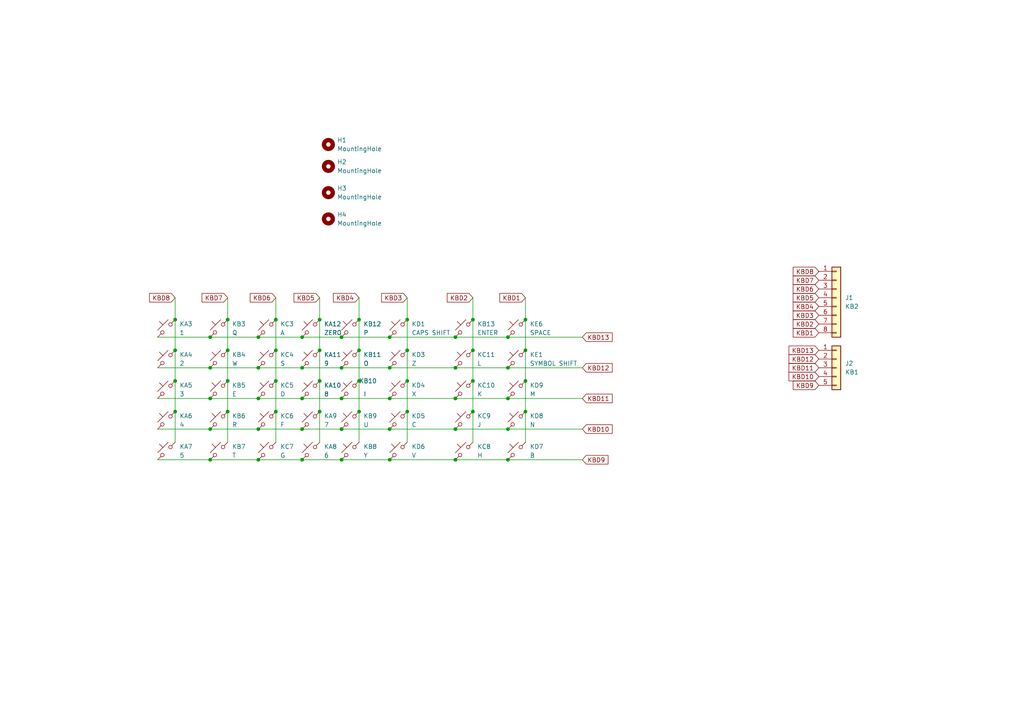
<source format=kicad_sch>
(kicad_sch (version 20250114) (generator "eeschema") (generator_version "9.0")
  (paper "A4")
  (title_block (title "Generic ZX Spectrum Keyboard") (date "29/OCT/2025") (rev "A") (company "Brett Hallen") (comment 1 "www.youtube.com/@Brfff"))
  (lib_symbols
    (symbol "Connector_Generic:Conn_01x05" (pin_names (offset 1.016) (hide yes))
      (property "Reference" "J" (at 0 7.62 0))
      (property "Value" "Conn_01x05" (at 0 -7.62 0))
      (symbol "Conn_01x05_1_1"
        (rectangle (start -1.27 6.35) (end 1.27 -6.35) (stroke (width 0.254)) (fill (type background)))
        (rectangle (start -1.27 5.207) (end 0 4.953) (stroke (width 0.1524)))
        (rectangle (start -1.27 2.667) (end 0 2.413) (stroke (width 0.1524)))
        (rectangle (start -1.27 0.127) (end 0 -0.127) (stroke (width 0.1524)))
        (rectangle (start -1.27 -2.413) (end 0 -2.667) (stroke (width 0.1524)))
        (rectangle (start -1.27 -4.953) (end 0 -5.207) (stroke (width 0.1524)))
        (pin passive line (at -5.08 5.08 0) (length 3.81) (name "Pin_1") (number "1"))
        (pin passive line (at -5.08 2.54 0) (length 3.81) (name "Pin_2") (number "2"))
        (pin passive line (at -5.08 0 0) (length 3.81) (name "Pin_3") (number "3"))
        (pin passive line (at -5.08 -2.54 0) (length 3.81) (name "Pin_4") (number "4"))
        (pin passive line (at -5.08 -5.08 0) (length 3.81) (name "Pin_5") (number "5"))
      )
    )
    (symbol "Connector_Generic:Conn_01x08" (pin_names (offset 1.016) (hide yes))
      (property "Reference" "J" (at 0 10.16 0))
      (property "Value" "Conn_01x08" (at 0 -12.7 0))
      (symbol "Conn_01x08_1_1"
        (rectangle (start -1.27 8.89) (end 1.27 -11.43) (stroke (width 0.254)) (fill (type background)))
        (rectangle (start -1.27 7.747) (end 0 7.493) (stroke (width 0.1524)))
        (rectangle (start -1.27 5.207) (end 0 4.953) (stroke (width 0.1524)))
        (rectangle (start -1.27 2.667) (end 0 2.413) (stroke (width 0.1524)))
        (rectangle (start -1.27 0.127) (end 0 -0.127) (stroke (width 0.1524)))
        (rectangle (start -1.27 -2.413) (end 0 -2.667) (stroke (width 0.1524)))
        (rectangle (start -1.27 -4.953) (end 0 -5.207) (stroke (width 0.1524)))
        (rectangle (start -1.27 -7.493) (end 0 -7.747) (stroke (width 0.1524)))
        (rectangle (start -1.27 -10.033) (end 0 -10.287) (stroke (width 0.1524)))
        (pin passive line (at -5.08 7.62 0) (length 3.81) (name "Pin_1") (number "1"))
        (pin passive line (at -5.08 5.08 0) (length 3.81) (name "Pin_2") (number "2"))
        (pin passive line (at -5.08 2.54 0) (length 3.81) (name "Pin_3") (number "3"))
        (pin passive line (at -5.08 0 0) (length 3.81) (name "Pin_4") (number "4"))
        (pin passive line (at -5.08 -2.54 0) (length 3.81) (name "Pin_5") (number "5"))
        (pin passive line (at -5.08 -5.08 0) (length 3.81) (name "Pin_6") (number "6"))
        (pin passive line (at -5.08 -7.62 0) (length 3.81) (name "Pin_7") (number "7"))
        (pin passive line (at -5.08 -10.16 0) (length 3.81) (name "Pin_8") (number "8"))
      )
    )
    (symbol "Mechanical:MountingHole" (pin_names (offset 1.016)) (in_bom no)
      (property "Reference" "H" (at 0 5.08 0))
      (property "Value" "MountingHole" (at 0 3.175 0))
      (symbol "MountingHole_0_1"
        (circle (center 0 0) (radius 1.27) (stroke (width 1.27)))
      )
    )
    (symbol "Switch:SW_Push_45deg" (pin_numbers (hide yes)) (pin_names (offset 1.016) (hide yes))
      (property "Reference" "SW" (at 3.048 1.016 0))
      (property "Value" "SW_Push_45deg" (at 0 -3.81 0))
      (symbol "SW_Push_45deg_0_1"
        (polyline (pts (xy -2.54 2.54) (xy -1.524 1.524) (xy -1.524 1.524)))
        (circle (center -1.1684 1.1684) (radius 0.508))
        (polyline (pts (xy -0.508 2.54) (xy 2.54 -0.508)))
        (polyline (pts (xy 1.016 1.016) (xy 2.032 2.032)))
        (circle (center 1.143 -1.1938) (radius 0.508))
        (polyline (pts (xy 1.524 -1.524) (xy 2.54 -2.54) (xy 2.54 -2.54) (xy 2.54 -2.54)))
        (pin passive line (at -2.54 2.54 0) (length 0) (name "1") (number "1"))
        (pin passive line (at 2.54 -2.54 180) (length 0) (name "2") (number "2"))
      )
    )
  )
  (junction (at 104.14 101.6))
  (junction (at 132.08 97.79))
  (junction (at 152.4 110.49))
  (junction (at 99.06 97.79))
  (junction (at 118.11 101.6))
  (junction (at 104.14 92.71))
  (junction (at 113.03 124.46))
  (junction (at 99.06 115.57))
  (junction (at 113.03 97.79))
  (junction (at 99.06 106.68))
  (junction (at 66.04 110.49))
  (junction (at 104.14 110.49))
  (junction (at 137.16 110.49))
  (junction (at 87.63 124.46))
  (junction (at 87.63 115.57))
  (junction (at 60.96 97.79))
  (junction (at 113.03 106.68))
  (junction (at 92.71 101.6))
  (junction (at 87.63 97.79))
  (junction (at 99.06 133.35))
  (junction (at 80.01 110.49))
  (junction (at 132.08 124.46))
  (junction (at 74.93 115.57))
  (junction (at 80.01 119.38))
  (junction (at 118.11 110.49))
  (junction (at 87.63 106.68))
  (junction (at 152.4 92.71))
  (junction (at 74.93 124.46))
  (junction (at 66.04 101.6))
  (junction (at 60.96 124.46))
  (junction (at 74.93 106.68))
  (junction (at 87.63 133.35))
  (junction (at 132.08 115.57))
  (junction (at 147.32 97.79))
  (junction (at 113.03 115.57))
  (junction (at 60.96 106.68))
  (junction (at 50.8 110.49))
  (junction (at 66.04 119.38))
  (junction (at 113.03 133.35))
  (junction (at 147.32 106.68))
  (junction (at 152.4 101.6))
  (junction (at 147.32 133.35))
  (junction (at 147.32 115.57))
  (junction (at 132.08 133.35))
  (junction (at 137.16 119.38))
  (junction (at 66.04 92.71))
  (junction (at 74.93 133.35))
  (junction (at 80.01 101.6))
  (junction (at 92.71 92.71))
  (junction (at 60.96 133.35))
  (junction (at 74.93 97.79))
  (junction (at 137.16 92.71))
  (junction (at 132.08 106.68))
  (junction (at 50.8 119.38))
  (junction (at 99.06 124.46))
  (junction (at 80.01 92.71))
  (junction (at 92.71 119.38))
  (junction (at 147.32 124.46))
  (junction (at 92.71 110.49))
  (junction (at 152.4 119.38))
  (junction (at 118.11 119.38))
  (junction (at 104.14 119.38))
  (junction (at 60.96 115.57))
  (junction (at 137.16 101.6))
  (junction (at 50.8 101.6))
  (junction (at 118.11 92.71))
  (junction (at 50.8 92.71))
  (wire (pts (xy 66.04 86.36) (xy 66.04 92.71)))
  (wire (pts (xy 87.63 106.68) (xy 99.06 106.68)))
  (wire (pts (xy 45.72 97.79) (xy 60.96 97.79)))
  (wire (pts (xy 137.16 92.71) (xy 137.16 101.6)))
  (wire (pts (xy 74.93 115.57) (xy 87.63 115.57)))
  (wire (pts (xy 104.14 119.38) (xy 104.14 128.27)))
  (wire (pts (xy 60.96 115.57) (xy 74.93 115.57)))
  (wire (pts (xy 60.96 133.35) (xy 74.93 133.35)))
  (wire (pts (xy 104.14 101.6) (xy 104.14 110.49)))
  (wire (pts (xy 113.03 106.68) (xy 132.08 106.68)))
  (wire (pts (xy 50.8 110.49) (xy 50.8 119.38)))
  (wire (pts (xy 113.03 133.35) (xy 132.08 133.35)))
  (wire (pts (xy 118.11 92.71) (xy 118.11 101.6)))
  (wire (pts (xy 87.63 133.35) (xy 99.06 133.35)))
  (wire (pts (xy 50.8 86.36) (xy 50.8 92.71)))
  (wire (pts (xy 99.06 106.68) (xy 113.03 106.68)))
  (wire (pts (xy 152.4 92.71) (xy 152.4 101.6)))
  (wire (pts (xy 60.96 106.68) (xy 74.93 106.68)))
  (wire (pts (xy 80.01 92.71) (xy 80.01 101.6)))
  (wire (pts (xy 60.96 124.46) (xy 74.93 124.46)))
  (wire (pts (xy 152.4 110.49) (xy 152.4 119.38)))
  (wire (pts (xy 132.08 133.35) (xy 147.32 133.35)))
  (wire (pts (xy 152.4 119.38) (xy 152.4 128.27)))
  (wire (pts (xy 118.11 101.6) (xy 118.11 110.49)))
  (wire (pts (xy 80.01 119.38) (xy 80.01 128.27)))
  (wire (pts (xy 66.04 92.71) (xy 66.04 101.6)))
  (wire (pts (xy 137.16 86.36) (xy 137.16 92.71)))
  (wire (pts (xy 45.72 124.46) (xy 60.96 124.46)))
  (wire (pts (xy 66.04 110.49) (xy 66.04 119.38)))
  (wire (pts (xy 147.32 106.68) (xy 168.91 106.68)))
  (wire (pts (xy 92.71 86.36) (xy 92.71 92.71)))
  (wire (pts (xy 45.72 133.35) (xy 60.96 133.35)))
  (wire (pts (xy 137.16 101.6) (xy 137.16 110.49)))
  (wire (pts (xy 152.4 86.36) (xy 152.4 92.71)))
  (wire (pts (xy 113.03 124.46) (xy 132.08 124.46)))
  (wire (pts (xy 92.71 101.6) (xy 92.71 110.49)))
  (wire (pts (xy 137.16 110.49) (xy 137.16 119.38)))
  (wire (pts (xy 50.8 119.38) (xy 50.8 128.27)))
  (wire (pts (xy 104.14 110.49) (xy 104.14 119.38)))
  (wire (pts (xy 99.06 124.46) (xy 113.03 124.46)))
  (wire (pts (xy 92.71 110.49) (xy 92.71 119.38)))
  (wire (pts (xy 50.8 92.71) (xy 50.8 101.6)))
  (wire (pts (xy 92.71 92.71) (xy 92.71 101.6)))
  (wire (pts (xy 45.72 115.57) (xy 60.96 115.57)))
  (wire (pts (xy 147.32 115.57) (xy 168.91 115.57)))
  (wire (pts (xy 99.06 133.35) (xy 113.03 133.35)))
  (wire (pts (xy 80.01 86.36) (xy 80.01 92.71)))
  (wire (pts (xy 50.8 101.6) (xy 50.8 110.49)))
  (wire (pts (xy 92.71 119.38) (xy 92.71 128.27)))
  (wire (pts (xy 118.11 86.36) (xy 118.11 92.71)))
  (wire (pts (xy 118.11 110.49) (xy 118.11 119.38)))
  (wire (pts (xy 66.04 119.38) (xy 66.04 128.27)))
  (wire (pts (xy 152.4 101.6) (xy 152.4 110.49)))
  (wire (pts (xy 132.08 97.79) (xy 147.32 97.79)))
  (wire (pts (xy 87.63 124.46) (xy 99.06 124.46)))
  (wire (pts (xy 60.96 97.79) (xy 74.93 97.79)))
  (wire (pts (xy 74.93 97.79) (xy 87.63 97.79)))
  (wire (pts (xy 147.32 124.46) (xy 168.91 124.46)))
  (wire (pts (xy 80.01 110.49) (xy 80.01 119.38)))
  (wire (pts (xy 132.08 124.46) (xy 147.32 124.46)))
  (wire (pts (xy 113.03 97.79) (xy 132.08 97.79)))
  (wire (pts (xy 80.01 101.6) (xy 80.01 110.49)))
  (wire (pts (xy 74.93 124.46) (xy 87.63 124.46)))
  (wire (pts (xy 113.03 115.57) (xy 132.08 115.57)))
  (wire (pts (xy 87.63 97.79) (xy 99.06 97.79)))
  (wire (pts (xy 99.06 115.57) (xy 113.03 115.57)))
  (wire (pts (xy 104.14 92.71) (xy 104.14 101.6)))
  (wire (pts (xy 132.08 106.68) (xy 147.32 106.68)))
  (wire (pts (xy 147.32 97.79) (xy 168.91 97.79)))
  (wire (pts (xy 132.08 115.57) (xy 147.32 115.57)))
  (wire (pts (xy 45.72 106.68) (xy 60.96 106.68)))
  (wire (pts (xy 74.93 133.35) (xy 87.63 133.35)))
  (wire (pts (xy 147.32 133.35) (xy 168.91 133.35)))
  (wire (pts (xy 104.14 86.36) (xy 104.14 92.71)))
  (wire (pts (xy 87.63 115.57) (xy 99.06 115.57)))
  (wire (pts (xy 118.11 119.38) (xy 118.11 128.27)))
  (wire (pts (xy 137.16 119.38) (xy 137.16 128.27)))
  (wire (pts (xy 66.04 101.6) (xy 66.04 110.49)))
  (wire (pts (xy 74.93 106.68) (xy 87.63 106.68)))
  (wire (pts (xy 99.06 97.79) (xy 113.03 97.79)))
  (global_label "KBD7" (shape input) (at 66.04 86.36 180) (property "Intersheetrefs" "${INTERSHEET_REFS}" (effects (hide yes))))
  (global_label "KBD6" (shape input) (at 237.49 83.82 180) (property "Intersheetrefs" "${INTERSHEET_REFS}" (effects (hide yes))))
  (global_label "KBD9" (shape input) (at 168.91 133.35 0) (property "Intersheetrefs" "${INTERSHEET_REFS}" (effects (hide yes))))
  (global_label "KBD8" (shape input) (at 237.49 78.74 180) (property "Intersheetrefs" "${INTERSHEET_REFS}" (effects (hide yes))))
  (global_label "KBD12" (shape input) (at 168.91 106.68 0) (property "Intersheetrefs" "${INTERSHEET_REFS}" (effects (hide yes))))
  (global_label "KBD13" (shape input) (at 237.49 101.6 180) (property "Intersheetrefs" "${INTERSHEET_REFS}" (effects (hide yes))))
  (global_label "KBD7" (shape input) (at 237.49 81.28 180) (property "Intersheetrefs" "${INTERSHEET_REFS}" (effects (hide yes))))
  (global_label "KBD1" (shape input) (at 152.4 86.36 180) (property "Intersheetrefs" "${INTERSHEET_REFS}" (effects (hide yes))))
  (global_label "KBD13" (shape input) (at 168.91 97.79 0) (property "Intersheetrefs" "${INTERSHEET_REFS}" (effects (hide yes))))
  (global_label "KBD8" (shape input) (at 50.8 86.36 180) (property "Intersheetrefs" "${INTERSHEET_REFS}" (effects (hide yes))))
  (global_label "KBD6" (shape input) (at 80.01 86.36 180) (property "Intersheetrefs" "${INTERSHEET_REFS}" (effects (hide yes))))
  (global_label "KBD1" (shape input) (at 237.49 96.52 180) (property "Intersheetrefs" "${INTERSHEET_REFS}" (effects (hide yes))))
  (global_label "KBD12" (shape input) (at 237.49 104.14 180) (property "Intersheetrefs" "${INTERSHEET_REFS}" (effects (hide yes))))
  (global_label "KBD10" (shape input) (at 168.91 124.46 0) (property "Intersheetrefs" "${INTERSHEET_REFS}" (effects (hide yes))))
  (global_label "KBD3" (shape input) (at 237.49 91.44 180) (property "Intersheetrefs" "${INTERSHEET_REFS}" (effects (hide yes))))
  (global_label "KBD5" (shape input) (at 237.49 86.36 180) (property "Intersheetrefs" "${INTERSHEET_REFS}" (effects (hide yes))))
  (global_label "KBD2" (shape input) (at 237.49 93.98 180) (property "Intersheetrefs" "${INTERSHEET_REFS}" (effects (hide yes))))
  (global_label "KBD3" (shape input) (at 118.11 86.36 180) (property "Intersheetrefs" "${INTERSHEET_REFS}" (effects (hide yes))))
  (global_label "KBD4" (shape input) (at 237.49 88.9 180) (property "Intersheetrefs" "${INTERSHEET_REFS}" (effects (hide yes))))
  (global_label "KBD10" (shape input) (at 237.49 109.22 180) (property "Intersheetrefs" "${INTERSHEET_REFS}" (effects (hide yes))))
  (global_label "KBD4" (shape input) (at 104.14 86.36 180) (property "Intersheetrefs" "${INTERSHEET_REFS}" (effects (hide yes))))
  (global_label "KBD2" (shape input) (at 137.16 86.36 180) (property "Intersheetrefs" "${INTERSHEET_REFS}" (effects (hide yes))))
  (global_label "KBD11" (shape input) (at 168.91 115.57 0) (property "Intersheetrefs" "${INTERSHEET_REFS}" (effects (hide yes))))
  (global_label "KBD9" (shape input) (at 237.49 111.76 180) (property "Intersheetrefs" "${INTERSHEET_REFS}" (effects (hide yes))))
  (global_label "KBD11" (shape input) (at 237.49 106.68 180) (property "Intersheetrefs" "${INTERSHEET_REFS}" (effects (hide yes))))
  (global_label "KBD5" (shape input) (at 92.71 86.36 180) (property "Intersheetrefs" "${INTERSHEET_REFS}" (effects (hide yes))))
  (symbol (lib_id "Switch:SW_Push_45deg") (at 115.57 113.03 90) (unit 1)
    (property "Reference" "KD4" (at 119.38 111.7599 90) (effects (justify right)))
    (property "Value" "X" (at 119.38 114.2999 90) (effects (justify right)))
    (property "Footprint" "Clueless_Engineer:SW_Gateron_LowProfile_THT" (effects (hide yes)))
    (property "Description" "Push button switch, normally open, two pins, 45° tilted" (effects (hide yes)))
  )
  (symbol (lib_id "Mechanical:MountingHole") (at 95.25 48.26 0) (unit 1) (in_bom no)
    (property "Reference" "H2" (at 97.79 46.9899 0) (effects (justify left)))
    (property "Value" "MountingHole" (at 97.79 49.5299 0) (effects (justify left)))
    (property "Footprint" "MountingHole:MountingHole_3.2mm_M3" (effects (hide yes)))
    (property "Description" "Mounting Hole without connection" (effects (hide yes)))
  )
  (symbol (lib_id "Switch:SW_Push_45deg") (at 63.5 104.14 90) (unit 1)
    (property "Reference" "KB4" (at 67.31 102.8699 90) (effects (justify right)))
    (property "Value" "W" (at 67.31 105.4099 90) (effects (justify right)))
    (property "Footprint" "Clueless_Engineer:SW_Gateron_LowProfile_THT" (effects (hide yes)))
    (property "Description" "Push button switch, normally open, two pins, 45° tilted" (effects (hide yes)))
  )
  (symbol (lib_id "Switch:SW_Push_45deg") (at 101.6 95.25 90) (unit 1)
    (property "Reference" "KB12" (at 105.41 93.9799 90) (effects (justify right)))
    (property "Value" "P" (at 105.41 96.5199 90) (effects (justify right)))
    (property "Footprint" "Clueless_Engineer:SW_Gateron_LowProfile_THT" (effects (hide yes)))
    (property "Description" "Push button switch, normally open, two pins, 45° tilted" (effects (hide yes)))
  )
  (symbol (lib_id "Switch:SW_Push_45deg") (at 134.62 130.81 90) (unit 1)
    (property "Reference" "KC8" (at 138.43 129.5399 90) (effects (justify right)))
    (property "Value" "H" (at 138.43 132.0799 90) (effects (justify right)))
    (property "Footprint" "Clueless_Engineer:SW_Gateron_LowProfile_THT" (effects (hide yes)))
    (property "Description" "Push button switch, normally open, two pins, 45° tilted" (effects (hide yes)))
  )
  (symbol (lib_id "Switch:SW_Push_45deg") (at 90.17 130.81 90) (unit 1)
    (property "Reference" "KA8" (at 93.98 129.5399 90) (effects (justify right)))
    (property "Value" "6" (at 93.98 132.0799 90) (effects (justify right)))
    (property "Footprint" "Clueless_Engineer:SW_Gateron_LowProfile_THT" (effects (hide yes)))
    (property "Description" "Push button switch, normally open, two pins, 45° tilted" (effects (hide yes)))
  )
  (symbol (lib_id "Switch:SW_Push_45deg") (at 115.57 95.25 90) (unit 1)
    (property "Reference" "KD1" (at 119.38 93.9799 90) (effects (justify right)))
    (property "Value" "CAPS SHIFT" (at 119.38 96.5199 90) (effects (justify right)))
    (property "Footprint" "Clueless_Engineer:SW_Gateron_LowProfile_THT" (effects (hide yes)))
    (property "Description" "Push button switch, normally open, two pins, 45° tilted" (effects (hide yes)))
  )
  (symbol (lib_id "Switch:SW_Push_45deg") (at 149.86 113.03 90) (unit 1)
    (property "Reference" "KD9" (at 153.67 111.7599 90) (effects (justify right)))
    (property "Value" "M" (at 153.67 114.2999 90) (effects (justify right)))
    (property "Footprint" "Clueless_Engineer:SW_Gateron_LowProfile_THT" (effects (hide yes)))
    (property "Description" "Push button switch, normally open, two pins, 45° tilted" (effects (hide yes)))
  )
  (symbol (lib_id "Switch:SW_Push_45deg") (at 63.5 121.92 90) (unit 1)
    (property "Reference" "KB6" (at 67.31 120.6499 90) (effects (justify right)))
    (property "Value" "R" (at 67.31 123.1899 90) (effects (justify right)))
    (property "Footprint" "Clueless_Engineer:SW_Gateron_LowProfile_THT" (effects (hide yes)))
    (property "Description" "Push button switch, normally open, two pins, 45° tilted" (effects (hide yes)))
  )
  (symbol (lib_id "Switch:SW_Push_45deg") (at 63.5 95.25 90) (unit 1)
    (property "Reference" "KB3" (at 67.31 93.9799 90) (effects (justify right)))
    (property "Value" "Q" (at 67.31 96.5199 90) (effects (justify right)))
    (property "Footprint" "Clueless_Engineer:SW_Gateron_LowProfile_THT" (effects (hide yes)))
    (property "Description" "Push button switch, normally open, two pins, 45° tilted" (effects (hide yes)))
  )
  (symbol (lib_id "Switch:SW_Push_45deg") (at 48.26 113.03 90) (unit 1)
    (property "Reference" "KA5" (at 52.07 111.7599 90) (effects (justify right)))
    (property "Value" "3" (at 52.07 114.2999 90) (effects (justify right)))
    (property "Footprint" "Clueless_Engineer:SW_Gateron_LowProfile_THT" (effects (hide yes)))
    (property "Description" "Push button switch, normally open, two pins, 45° tilted" (effects (hide yes)))
  )
  (symbol (lib_id "Switch:SW_Push_45deg") (at 90.17 95.25 90) (unit 1)
    (property "Reference" "KA12" (at 93.98 93.9799 90) (effects (justify right)))
    (property "Value" "ZERO" (at 93.98 96.5199 90) (effects (justify right)))
    (property "Footprint" "Clueless_Engineer:SW_Gateron_LowProfile_THT" (effects (hide yes)))
    (property "Description" "Push button switch, normally open, two pins, 45° tilted" (effects (hide yes)))
  )
  (symbol (lib_id "Switch:SW_Push_45deg") (at 115.57 130.81 90) (unit 1)
    (property "Reference" "KD6" (at 119.38 129.5399 90) (effects (justify right)))
    (property "Value" "V" (at 119.38 132.0799 90) (effects (justify right)))
    (property "Footprint" "Clueless_Engineer:SW_Gateron_LowProfile_THT" (effects (hide yes)))
    (property "Description" "Push button switch, normally open, two pins, 45° tilted" (effects (hide yes)))
  )
  (symbol (lib_id "Switch:SW_Push_45deg") (at 149.86 95.25 90) (unit 1)
    (property "Reference" "KE6" (at 153.67 93.9799 90) (effects (justify right)))
    (property "Value" "SPACE" (at 153.67 96.5199 90) (effects (justify right)))
    (property "Footprint" "Clueless_Engineer:SW_Gateron_LowProfile_THT" (effects (hide yes)))
    (property "Description" "Push button switch, normally open, two pins, 45° tilted" (effects (hide yes)))
  )
  (symbol (lib_id "Connector_Generic:Conn_01x05") (at 242.57 106.68 0) (unit 1)
    (property "Reference" "J2" (at 245.11 105.4099 0) (effects (justify left)))
    (property "Value" "KB1" (at 245.11 107.9499 0) (effects (justify left)))
    (property "Footprint" "Connector_PinHeader_2.54mm:PinHeader_1x05_P2.54mm_Vertical" (effects (hide yes)))
    (property "Description" "Generic connector, single row, 01x05, script generated (kicad-library-utils/schlib/autogen/connector/)" (effects (hide yes)))
  )
  (symbol (lib_id "Switch:SW_Push_45deg") (at 77.47 121.92 90) (unit 1)
    (property "Reference" "KC6" (at 81.28 120.6499 90) (effects (justify right)))
    (property "Value" "F" (at 81.28 123.1899 90) (effects (justify right)))
    (property "Footprint" "Clueless_Engineer:SW_Gateron_LowProfile_THT" (effects (hide yes)))
    (property "Description" "Push button switch, normally open, two pins, 45° tilted" (effects (hide yes)))
  )
  (symbol (lib_id "Switch:SW_Push_45deg") (at 48.26 121.92 90) (unit 1)
    (property "Reference" "KA6" (at 52.07 120.6499 90) (effects (justify right)))
    (property "Value" "4" (at 52.07 123.1899 90) (effects (justify right)))
    (property "Footprint" "Clueless_Engineer:SW_Gateron_LowProfile_THT" (effects (hide yes)))
    (property "Description" "Push button switch, normally open, two pins, 45° tilted" (effects (hide yes)))
  )
  (symbol (lib_id "Switch:SW_Push_45deg") (at 90.17 104.14 90) (unit 1)
    (property "Reference" "KA11" (at 93.98 102.8699 90) (effects (justify right)))
    (property "Value" "9" (at 93.98 105.4099 90) (effects (justify right)))
    (property "Footprint" "Clueless_Engineer:SW_Gateron_LowProfile_THT" (effects (hide yes)))
    (property "Description" "Push button switch, normally open, two pins, 45° tilted" (effects (hide yes)))
  )
  (symbol (lib_id "Switch:SW_Push_45deg") (at 90.17 113.03 90) (unit 1)
    (property "Reference" "KA10" (at 93.98 111.7599 90) (effects (justify right)))
    (property "Value" "8" (at 93.98 114.2999 90) (effects (justify right)))
    (property "Footprint" "Clueless_Engineer:SW_Gateron_LowProfile_THT" (effects (hide yes)))
    (property "Description" "Push button switch, normally open, two pins, 45° tilted" (effects (hide yes)))
  )
  (symbol (lib_id "Switch:SW_Push_45deg") (at 77.47 95.25 90) (unit 1)
    (property "Reference" "KC3" (at 81.28 93.9799 90) (effects (justify right)))
    (property "Value" "A" (at 81.28 96.5199 90) (effects (justify right)))
    (property "Footprint" "Clueless_Engineer:SW_Gateron_LowProfile_THT" (effects (hide yes)))
    (property "Description" "Push button switch, normally open, two pins, 45° tilted" (effects (hide yes)))
  )
  (symbol (lib_id "Switch:SW_Push_45deg") (at 101.6 130.81 90) (unit 1)
    (property "Reference" "KB8" (at 105.41 129.5399 90) (effects (justify right)))
    (property "Value" "Y" (at 105.41 132.0799 90) (effects (justify right)))
    (property "Footprint" "Clueless_Engineer:SW_Gateron_LowProfile_THT" (effects (hide yes)))
    (property "Description" "Push button switch, normally open, two pins, 45° tilted" (effects (hide yes)))
  )
  (symbol (lib_id "Switch:SW_Push_45deg") (at 101.6 104.14 90) (unit 1)
    (property "Reference" "KB11" (at 105.41 102.8699 90) (effects (justify right)))
    (property "Value" "O" (at 105.41 105.4099 90) (effects (justify right)))
    (property "Footprint" "Clueless_Engineer:SW_Gateron_LowProfile_THT" (effects (hide yes)))
    (property "Description" "Push button switch, normally open, two pins, 45° tilted" (effects (hide yes)))
  )
  (symbol (lib_id "Switch:SW_Push_45deg") (at 149.86 121.92 90) (unit 1)
    (property "Reference" "KD8" (at 153.67 120.6499 90) (effects (justify right)))
    (property "Value" "N" (at 153.67 123.1899 90) (effects (justify right)))
    (property "Footprint" "Clueless_Engineer:SW_Gateron_LowProfile_THT" (effects (hide yes)))
    (property "Description" "Push button switch, normally open, two pins, 45° tilted" (effects (hide yes)))
  )
  (symbol (lib_id "Mechanical:MountingHole") (at 95.25 55.88 0) (unit 1) (in_bom no)
    (property "Reference" "H3" (at 97.79 54.6099 0) (effects (justify left)))
    (property "Value" "MountingHole" (at 97.79 57.1499 0) (effects (justify left)))
    (property "Footprint" "MountingHole:MountingHole_3.2mm_M3" (effects (hide yes)))
    (property "Description" "Mounting Hole without connection" (effects (hide yes)))
  )
  (symbol (lib_id "Switch:SW_Push_45deg") (at 63.5 130.81 90) (unit 1)
    (property "Reference" "KB7" (at 67.31 129.5399 90) (effects (justify right)))
    (property "Value" "T" (at 67.31 132.0799 90) (effects (justify right)))
    (property "Footprint" "Clueless_Engineer:SW_Gateron_LowProfile_THT" (effects (hide yes)))
    (property "Description" "Push button switch, normally open, two pins, 45° tilted" (effects (hide yes)))
  )
  (symbol (lib_id "Switch:SW_Push_45deg") (at 77.47 113.03 90) (unit 1)
    (property "Reference" "KC5" (at 81.28 111.7599 90) (effects (justify right)))
    (property "Value" "D" (at 81.28 114.2999 90) (effects (justify right)))
    (property "Footprint" "Clueless_Engineer:SW_Gateron_LowProfile_THT" (effects (hide yes)))
    (property "Description" "Push button switch, normally open, two pins, 45° tilted" (effects (hide yes)))
  )
  (symbol (lib_id "Switch:SW_Push_45deg") (at 48.26 130.81 90) (unit 1)
    (property "Reference" "KA7" (at 52.07 129.5399 90) (effects (justify right)))
    (property "Value" "5" (at 52.07 132.0799 90) (effects (justify right)))
    (property "Footprint" "Clueless_Engineer:SW_Gateron_LowProfile_THT" (effects (hide yes)))
    (property "Description" "Push button switch, normally open, two pins, 45° tilted" (effects (hide yes)))
  )
  (symbol (lib_id "Switch:SW_Push_45deg") (at 77.47 130.81 90) (unit 1)
    (property "Reference" "KC7" (at 81.28 129.5399 90) (effects (justify right)))
    (property "Value" "G" (at 81.28 132.0799 90) (effects (justify right)))
    (property "Footprint" "Clueless_Engineer:SW_Gateron_LowProfile_THT" (effects (hide yes)))
    (property "Description" "Push button switch, normally open, two pins, 45° tilted" (effects (hide yes)))
  )
  (symbol (lib_id "Switch:SW_Push_45deg") (at 48.26 104.14 90) (unit 1)
    (property "Reference" "KA4" (at 52.07 102.8699 90) (effects (justify right)))
    (property "Value" "2" (at 52.07 105.4099 90) (effects (justify right)))
    (property "Footprint" "Clueless_Engineer:SW_Gateron_LowProfile_THT" (effects (hide yes)))
    (property "Description" "Push button switch, normally open, two pins, 45° tilted" (effects (hide yes)))
  )
  (symbol (lib_id "Switch:SW_Push_45deg") (at 90.17 121.92 90) (unit 1)
    (property "Reference" "KA9" (at 93.98 120.6499 90) (effects (justify right)))
    (property "Value" "7" (at 93.98 123.1899 90) (effects (justify right)))
    (property "Footprint" "Clueless_Engineer:SW_Gateron_LowProfile_THT" (effects (hide yes)))
    (property "Description" "Push button switch, normally open, two pins, 45° tilted" (effects (hide yes)))
  )
  (symbol (lib_id "Switch:SW_Push_45deg") (at 101.6 113.03 90) (unit 1)
    (property "Reference" "KB10" (at 104.14 110.49 90) (effects (justify right)))
    (property "Value" "I" (at 105.41 114.2999 90) (effects (justify right)))
    (property "Footprint" "Clueless_Engineer:SW_Gateron_LowProfile_THT" (effects (hide yes)))
    (property "Description" "Push button switch, normally open, two pins, 45° tilted" (effects (hide yes)))
  )
  (symbol (lib_id "Switch:SW_Push_45deg") (at 77.47 104.14 90) (unit 1)
    (property "Reference" "KC4" (at 81.28 102.8699 90) (effects (justify right)))
    (property "Value" "S" (at 81.28 105.4099 90) (effects (justify right)))
    (property "Footprint" "Clueless_Engineer:SW_Gateron_LowProfile_THT" (effects (hide yes)))
    (property "Description" "Push button switch, normally open, two pins, 45° tilted" (effects (hide yes)))
  )
  (symbol (lib_id "Switch:SW_Push_45deg") (at 134.62 95.25 90) (unit 1)
    (property "Reference" "KB13" (at 138.43 93.9799 90) (effects (justify right)))
    (property "Value" "ENTER" (at 138.43 96.5199 90) (effects (justify right)))
    (property "Footprint" "Clueless_Engineer:SW_Gateron_LowProfile_THT" (effects (hide yes)))
    (property "Description" "Push button switch, normally open, two pins, 45° tilted" (effects (hide yes)))
  )
  (symbol (lib_id "Mechanical:MountingHole") (at 95.25 41.91 0) (unit 1) (in_bom no)
    (property "Reference" "H1" (at 97.79 40.6399 0) (effects (justify left)))
    (property "Value" "MountingHole" (at 97.79 43.1799 0) (effects (justify left)))
    (property "Footprint" "MountingHole:MountingHole_3.2mm_M3" (effects (hide yes)))
    (property "Description" "Mounting Hole without connection" (effects (hide yes)))
  )
  (symbol (lib_id "Switch:SW_Push_45deg") (at 134.62 104.14 90) (unit 1)
    (property "Reference" "KC11" (at 138.43 102.8699 90) (effects (justify right)))
    (property "Value" "L" (at 138.43 105.4099 90) (effects (justify right)))
    (property "Footprint" "Clueless_Engineer:SW_Gateron_LowProfile_THT" (effects (hide yes)))
    (property "Description" "Push button switch, normally open, two pins, 45° tilted" (effects (hide yes)))
  )
  (symbol (lib_id "Switch:SW_Push_45deg") (at 48.26 95.25 90) (unit 1)
    (property "Reference" "KA3" (at 52.07 93.9799 90) (effects (justify right)))
    (property "Value" "1" (at 52.07 96.5199 90) (effects (justify right)))
    (property "Footprint" "Clueless_Engineer:SW_Gateron_LowProfile_THT" (effects (hide yes)))
    (property "Description" "Push button switch, normally open, two pins, 45° tilted" (effects (hide yes)))
  )
  (symbol (lib_id "Switch:SW_Push_45deg") (at 134.62 113.03 90) (unit 1)
    (property "Reference" "KC10" (at 138.43 111.7599 90) (effects (justify right)))
    (property "Value" "K" (at 138.43 114.2999 90) (effects (justify right)))
    (property "Footprint" "Clueless_Engineer:SW_Gateron_LowProfile_THT" (effects (hide yes)))
    (property "Description" "Push button switch, normally open, two pins, 45° tilted" (effects (hide yes)))
  )
  (symbol (lib_id "Switch:SW_Push_45deg") (at 149.86 104.14 90) (unit 1)
    (property "Reference" "KE1" (at 153.67 102.8699 90) (effects (justify right)))
    (property "Value" "SYMBOL SHIFT" (at 153.67 105.4099 90) (effects (justify right)))
    (property "Footprint" "Clueless_Engineer:SW_Gateron_LowProfile_THT" (effects (hide yes)))
    (property "Description" "Push button switch, normally open, two pins, 45° tilted" (effects (hide yes)))
  )
  (symbol (lib_id "Switch:SW_Push_45deg") (at 115.57 121.92 90) (unit 1)
    (property "Reference" "KD5" (at 119.38 120.6499 90) (effects (justify right)))
    (property "Value" "C" (at 119.38 123.1899 90) (effects (justify right)))
    (property "Footprint" "Clueless_Engineer:SW_Gateron_LowProfile_THT" (effects (hide yes)))
    (property "Description" "Push button switch, normally open, two pins, 45° tilted" (effects (hide yes)))
  )
  (symbol (lib_id "Mechanical:MountingHole") (at 95.25 63.5 0) (unit 1) (in_bom no)
    (property "Reference" "H4" (at 97.79 62.2299 0) (effects (justify left)))
    (property "Value" "MountingHole" (at 97.79 64.7699 0) (effects (justify left)))
    (property "Footprint" "MountingHole:MountingHole_3.2mm_M3" (effects (hide yes)))
    (property "Description" "Mounting Hole without connection" (effects (hide yes)))
  )
  (symbol (lib_id "Switch:SW_Push_45deg") (at 134.62 121.92 90) (unit 1)
    (property "Reference" "KC9" (at 138.43 120.6499 90) (effects (justify right)))
    (property "Value" "J" (at 138.43 123.1899 90) (effects (justify right)))
    (property "Footprint" "Clueless_Engineer:SW_Gateron_LowProfile_THT" (effects (hide yes)))
    (property "Description" "Push button switch, normally open, two pins, 45° tilted" (effects (hide yes)))
  )
  (symbol (lib_id "Switch:SW_Push_45deg") (at 149.86 130.81 90) (unit 1)
    (property "Reference" "KD7" (at 153.67 129.5399 90) (effects (justify right)))
    (property "Value" "B" (at 153.67 132.0799 90) (effects (justify right)))
    (property "Footprint" "Clueless_Engineer:SW_Gateron_LowProfile_THT" (effects (hide yes)))
    (property "Description" "Push button switch, normally open, two pins, 45° tilted" (effects (hide yes)))
  )
  (symbol (lib_id "Connector_Generic:Conn_01x08") (at 242.57 86.36 0) (unit 1)
    (property "Reference" "J1" (at 245.11 86.3599 0) (effects (justify left)))
    (property "Value" "KB2" (at 245.11 88.8999 0) (effects (justify left)))
    (property "Footprint" "Connector_PinHeader_2.54mm:PinHeader_1x08_P2.54mm_Vertical" (effects (hide yes)))
    (property "Description" "Generic connector, single row, 01x08, script generated (kicad-library-utils/schlib/autogen/connector/)" (effects (hide yes)))
  )
  (symbol (lib_id "Switch:SW_Push_45deg") (at 63.5 113.03 90) (unit 1)
    (property "Reference" "KB5" (at 67.31 111.7599 90) (effects (justify right)))
    (property "Value" "E" (at 67.31 114.2999 90) (effects (justify right)))
    (property "Footprint" "Clueless_Engineer:SW_Gateron_LowProfile_THT" (effects (hide yes)))
    (property "Description" "Push button switch, normally open, two pins, 45° tilted" (effects (hide yes)))
  )
  (symbol (lib_id "Switch:SW_Push_45deg") (at 101.6 121.92 90) (unit 1)
    (property "Reference" "KB9" (at 105.41 120.6499 90) (effects (justify right)))
    (property "Value" "U" (at 105.41 123.1899 90) (effects (justify right)))
    (property "Footprint" "Clueless_Engineer:SW_Gateron_LowProfile_THT" (effects (hide yes)))
    (property "Description" "Push button switch, normally open, two pins, 45° tilted" (effects (hide yes)))
  )
  (symbol (lib_id "Switch:SW_Push_45deg") (at 115.57 104.14 90) (unit 1)
    (property "Reference" "KD3" (at 119.38 102.8699 90) (effects (justify right)))
    (property "Value" "Z" (at 119.38 105.4099 90) (effects (justify right)))
    (property "Footprint" "Clueless_Engineer:SW_Gateron_LowProfile_THT" (effects (hide yes)))
    (property "Description" "Push button switch, normally open, two pins, 45° tilted" (effects (hide yes)))
  )
)
</source>
